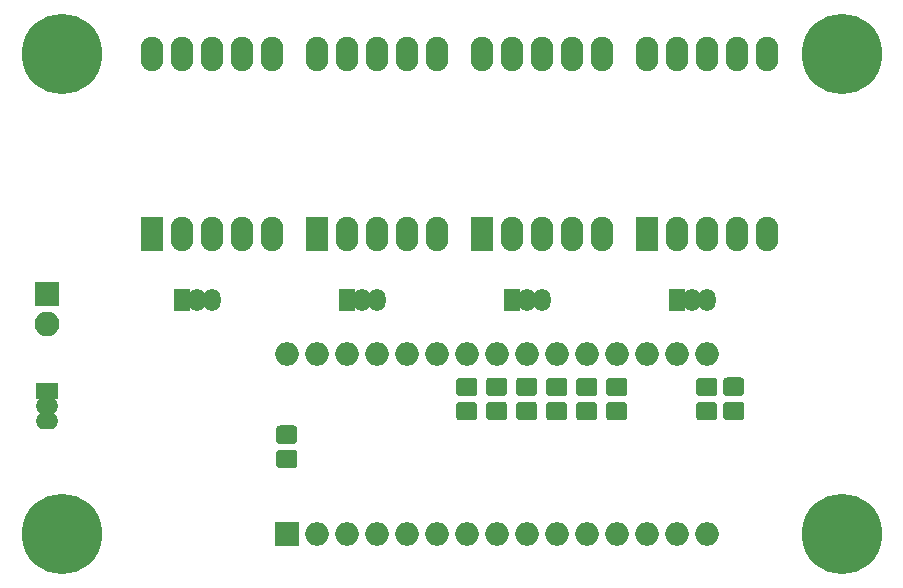
<source format=gbr>
G04 #@! TF.GenerationSoftware,KiCad,Pcbnew,(5.0.0)*
G04 #@! TF.CreationDate,2020-01-05T19:48:47-05:00*
G04 #@! TF.ProjectId,Lathe RPM Display,4C617468652052504D20446973706C61,A*
G04 #@! TF.SameCoordinates,Original*
G04 #@! TF.FileFunction,Soldermask,Bot*
G04 #@! TF.FilePolarity,Negative*
%FSLAX46Y46*%
G04 Gerber Fmt 4.6, Leading zero omitted, Abs format (unit mm)*
G04 Created by KiCad (PCBNEW (5.0.0)) date 01/05/20 19:48:47*
%MOMM*%
%LPD*%
G01*
G04 APERTURE LIST*
%ADD10R,1.924000X2.924000*%
%ADD11O,1.924000X2.924000*%
%ADD12C,6.800000*%
%ADD13R,1.450000X1.900000*%
%ADD14O,1.450000X1.900000*%
%ADD15R,2.000000X2.000000*%
%ADD16O,2.000000X2.000000*%
%ADD17O,1.900000X1.400000*%
%ADD18R,1.900000X1.400000*%
%ADD19C,0.100000*%
%ADD20C,1.550000*%
%ADD21R,2.100000X2.100000*%
%ADD22O,2.100000X2.100000*%
G04 APERTURE END LIST*
D10*
G04 #@! TO.C,U3*
X66040000Y-45720000D03*
D11*
X68580000Y-45720000D03*
X71120000Y-45720000D03*
X73660000Y-45720000D03*
X76200000Y-45720000D03*
X76200000Y-30480000D03*
X73660000Y-30480000D03*
X71120000Y-30480000D03*
X68580000Y-30480000D03*
X66040000Y-30480000D03*
G04 #@! TD*
G04 #@! TO.C,U2*
X52070000Y-30480000D03*
X54610000Y-30480000D03*
X57150000Y-30480000D03*
X59690000Y-30480000D03*
X62230000Y-30480000D03*
X62230000Y-45720000D03*
X59690000Y-45720000D03*
X57150000Y-45720000D03*
X54610000Y-45720000D03*
D10*
X52070000Y-45720000D03*
G04 #@! TD*
D12*
G04 #@! TO.C,REF\002A\002A*
X96520000Y-30480000D03*
G04 #@! TD*
G04 #@! TO.C,REF\002A\002A*
X96520000Y-71120000D03*
G04 #@! TD*
G04 #@! TO.C,REF\002A\002A*
X30480000Y-71120000D03*
G04 #@! TD*
G04 #@! TO.C,REF\002A\002A*
X30480000Y-30480000D03*
G04 #@! TD*
D13*
G04 #@! TO.C,Q2*
X40640000Y-51308000D03*
D14*
X43180000Y-51308000D03*
X41910000Y-51308000D03*
G04 #@! TD*
D15*
G04 #@! TO.C,A1*
X49530000Y-71120000D03*
D16*
X82550000Y-55880000D03*
X52070000Y-71120000D03*
X80010000Y-55880000D03*
X54610000Y-71120000D03*
X77470000Y-55880000D03*
X57150000Y-71120000D03*
X74930000Y-55880000D03*
X59690000Y-71120000D03*
X72390000Y-55880000D03*
X62230000Y-71120000D03*
X69850000Y-55880000D03*
X64770000Y-71120000D03*
X67310000Y-55880000D03*
X67310000Y-71120000D03*
X64770000Y-55880000D03*
X69850000Y-71120000D03*
X62230000Y-55880000D03*
X72390000Y-71120000D03*
X59690000Y-55880000D03*
X74930000Y-71120000D03*
X57150000Y-55880000D03*
X77470000Y-71120000D03*
X54610000Y-55880000D03*
X80010000Y-71120000D03*
X52070000Y-55880000D03*
X82550000Y-71120000D03*
X49530000Y-55880000D03*
X85090000Y-71120000D03*
X85090000Y-55880000D03*
G04 #@! TD*
D17*
G04 #@! TO.C,Q1*
X29210000Y-60325000D03*
X29210000Y-61595000D03*
D18*
X29210000Y-59055000D03*
G04 #@! TD*
D14*
G04 #@! TO.C,Q3*
X55880000Y-51308000D03*
X57150000Y-51308000D03*
D13*
X54610000Y-51308000D03*
G04 #@! TD*
G04 #@! TO.C,Q4*
X68580000Y-51308000D03*
D14*
X71120000Y-51308000D03*
X69850000Y-51308000D03*
G04 #@! TD*
G04 #@! TO.C,Q5*
X83820000Y-51308000D03*
X85090000Y-51308000D03*
D13*
X82550000Y-51308000D03*
G04 #@! TD*
D19*
G04 #@! TO.C,R1*
G36*
X78066071Y-59950623D02*
X78098781Y-59955475D01*
X78130857Y-59963509D01*
X78161991Y-59974649D01*
X78191884Y-59988787D01*
X78220247Y-60005787D01*
X78246807Y-60025485D01*
X78271308Y-60047692D01*
X78293515Y-60072193D01*
X78313213Y-60098753D01*
X78330213Y-60127116D01*
X78344351Y-60157009D01*
X78355491Y-60188143D01*
X78363525Y-60220219D01*
X78368377Y-60252929D01*
X78370000Y-60285956D01*
X78370000Y-61162044D01*
X78368377Y-61195071D01*
X78363525Y-61227781D01*
X78355491Y-61259857D01*
X78344351Y-61290991D01*
X78330213Y-61320884D01*
X78313213Y-61349247D01*
X78293515Y-61375807D01*
X78271308Y-61400308D01*
X78246807Y-61422515D01*
X78220247Y-61442213D01*
X78191884Y-61459213D01*
X78161991Y-61473351D01*
X78130857Y-61484491D01*
X78098781Y-61492525D01*
X78066071Y-61497377D01*
X78033044Y-61499000D01*
X76906956Y-61499000D01*
X76873929Y-61497377D01*
X76841219Y-61492525D01*
X76809143Y-61484491D01*
X76778009Y-61473351D01*
X76748116Y-61459213D01*
X76719753Y-61442213D01*
X76693193Y-61422515D01*
X76668692Y-61400308D01*
X76646485Y-61375807D01*
X76626787Y-61349247D01*
X76609787Y-61320884D01*
X76595649Y-61290991D01*
X76584509Y-61259857D01*
X76576475Y-61227781D01*
X76571623Y-61195071D01*
X76570000Y-61162044D01*
X76570000Y-60285956D01*
X76571623Y-60252929D01*
X76576475Y-60220219D01*
X76584509Y-60188143D01*
X76595649Y-60157009D01*
X76609787Y-60127116D01*
X76626787Y-60098753D01*
X76646485Y-60072193D01*
X76668692Y-60047692D01*
X76693193Y-60025485D01*
X76719753Y-60005787D01*
X76748116Y-59988787D01*
X76778009Y-59974649D01*
X76809143Y-59963509D01*
X76841219Y-59955475D01*
X76873929Y-59950623D01*
X76906956Y-59949000D01*
X78033044Y-59949000D01*
X78066071Y-59950623D01*
X78066071Y-59950623D01*
G37*
D20*
X77470000Y-60724000D03*
D19*
G36*
X78066071Y-57900623D02*
X78098781Y-57905475D01*
X78130857Y-57913509D01*
X78161991Y-57924649D01*
X78191884Y-57938787D01*
X78220247Y-57955787D01*
X78246807Y-57975485D01*
X78271308Y-57997692D01*
X78293515Y-58022193D01*
X78313213Y-58048753D01*
X78330213Y-58077116D01*
X78344351Y-58107009D01*
X78355491Y-58138143D01*
X78363525Y-58170219D01*
X78368377Y-58202929D01*
X78370000Y-58235956D01*
X78370000Y-59112044D01*
X78368377Y-59145071D01*
X78363525Y-59177781D01*
X78355491Y-59209857D01*
X78344351Y-59240991D01*
X78330213Y-59270884D01*
X78313213Y-59299247D01*
X78293515Y-59325807D01*
X78271308Y-59350308D01*
X78246807Y-59372515D01*
X78220247Y-59392213D01*
X78191884Y-59409213D01*
X78161991Y-59423351D01*
X78130857Y-59434491D01*
X78098781Y-59442525D01*
X78066071Y-59447377D01*
X78033044Y-59449000D01*
X76906956Y-59449000D01*
X76873929Y-59447377D01*
X76841219Y-59442525D01*
X76809143Y-59434491D01*
X76778009Y-59423351D01*
X76748116Y-59409213D01*
X76719753Y-59392213D01*
X76693193Y-59372515D01*
X76668692Y-59350308D01*
X76646485Y-59325807D01*
X76626787Y-59299247D01*
X76609787Y-59270884D01*
X76595649Y-59240991D01*
X76584509Y-59209857D01*
X76576475Y-59177781D01*
X76571623Y-59145071D01*
X76570000Y-59112044D01*
X76570000Y-58235956D01*
X76571623Y-58202929D01*
X76576475Y-58170219D01*
X76584509Y-58138143D01*
X76595649Y-58107009D01*
X76609787Y-58077116D01*
X76626787Y-58048753D01*
X76646485Y-58022193D01*
X76668692Y-57997692D01*
X76693193Y-57975485D01*
X76719753Y-57955787D01*
X76748116Y-57938787D01*
X76778009Y-57924649D01*
X76809143Y-57913509D01*
X76841219Y-57905475D01*
X76873929Y-57900623D01*
X76906956Y-57899000D01*
X78033044Y-57899000D01*
X78066071Y-57900623D01*
X78066071Y-57900623D01*
G37*
D20*
X77470000Y-58674000D03*
G04 #@! TD*
D19*
G04 #@! TO.C,R2*
G36*
X75526071Y-57900623D02*
X75558781Y-57905475D01*
X75590857Y-57913509D01*
X75621991Y-57924649D01*
X75651884Y-57938787D01*
X75680247Y-57955787D01*
X75706807Y-57975485D01*
X75731308Y-57997692D01*
X75753515Y-58022193D01*
X75773213Y-58048753D01*
X75790213Y-58077116D01*
X75804351Y-58107009D01*
X75815491Y-58138143D01*
X75823525Y-58170219D01*
X75828377Y-58202929D01*
X75830000Y-58235956D01*
X75830000Y-59112044D01*
X75828377Y-59145071D01*
X75823525Y-59177781D01*
X75815491Y-59209857D01*
X75804351Y-59240991D01*
X75790213Y-59270884D01*
X75773213Y-59299247D01*
X75753515Y-59325807D01*
X75731308Y-59350308D01*
X75706807Y-59372515D01*
X75680247Y-59392213D01*
X75651884Y-59409213D01*
X75621991Y-59423351D01*
X75590857Y-59434491D01*
X75558781Y-59442525D01*
X75526071Y-59447377D01*
X75493044Y-59449000D01*
X74366956Y-59449000D01*
X74333929Y-59447377D01*
X74301219Y-59442525D01*
X74269143Y-59434491D01*
X74238009Y-59423351D01*
X74208116Y-59409213D01*
X74179753Y-59392213D01*
X74153193Y-59372515D01*
X74128692Y-59350308D01*
X74106485Y-59325807D01*
X74086787Y-59299247D01*
X74069787Y-59270884D01*
X74055649Y-59240991D01*
X74044509Y-59209857D01*
X74036475Y-59177781D01*
X74031623Y-59145071D01*
X74030000Y-59112044D01*
X74030000Y-58235956D01*
X74031623Y-58202929D01*
X74036475Y-58170219D01*
X74044509Y-58138143D01*
X74055649Y-58107009D01*
X74069787Y-58077116D01*
X74086787Y-58048753D01*
X74106485Y-58022193D01*
X74128692Y-57997692D01*
X74153193Y-57975485D01*
X74179753Y-57955787D01*
X74208116Y-57938787D01*
X74238009Y-57924649D01*
X74269143Y-57913509D01*
X74301219Y-57905475D01*
X74333929Y-57900623D01*
X74366956Y-57899000D01*
X75493044Y-57899000D01*
X75526071Y-57900623D01*
X75526071Y-57900623D01*
G37*
D20*
X74930000Y-58674000D03*
D19*
G36*
X75526071Y-59950623D02*
X75558781Y-59955475D01*
X75590857Y-59963509D01*
X75621991Y-59974649D01*
X75651884Y-59988787D01*
X75680247Y-60005787D01*
X75706807Y-60025485D01*
X75731308Y-60047692D01*
X75753515Y-60072193D01*
X75773213Y-60098753D01*
X75790213Y-60127116D01*
X75804351Y-60157009D01*
X75815491Y-60188143D01*
X75823525Y-60220219D01*
X75828377Y-60252929D01*
X75830000Y-60285956D01*
X75830000Y-61162044D01*
X75828377Y-61195071D01*
X75823525Y-61227781D01*
X75815491Y-61259857D01*
X75804351Y-61290991D01*
X75790213Y-61320884D01*
X75773213Y-61349247D01*
X75753515Y-61375807D01*
X75731308Y-61400308D01*
X75706807Y-61422515D01*
X75680247Y-61442213D01*
X75651884Y-61459213D01*
X75621991Y-61473351D01*
X75590857Y-61484491D01*
X75558781Y-61492525D01*
X75526071Y-61497377D01*
X75493044Y-61499000D01*
X74366956Y-61499000D01*
X74333929Y-61497377D01*
X74301219Y-61492525D01*
X74269143Y-61484491D01*
X74238009Y-61473351D01*
X74208116Y-61459213D01*
X74179753Y-61442213D01*
X74153193Y-61422515D01*
X74128692Y-61400308D01*
X74106485Y-61375807D01*
X74086787Y-61349247D01*
X74069787Y-61320884D01*
X74055649Y-61290991D01*
X74044509Y-61259857D01*
X74036475Y-61227781D01*
X74031623Y-61195071D01*
X74030000Y-61162044D01*
X74030000Y-60285956D01*
X74031623Y-60252929D01*
X74036475Y-60220219D01*
X74044509Y-60188143D01*
X74055649Y-60157009D01*
X74069787Y-60127116D01*
X74086787Y-60098753D01*
X74106485Y-60072193D01*
X74128692Y-60047692D01*
X74153193Y-60025485D01*
X74179753Y-60005787D01*
X74208116Y-59988787D01*
X74238009Y-59974649D01*
X74269143Y-59963509D01*
X74301219Y-59955475D01*
X74333929Y-59950623D01*
X74366956Y-59949000D01*
X75493044Y-59949000D01*
X75526071Y-59950623D01*
X75526071Y-59950623D01*
G37*
D20*
X74930000Y-60724000D03*
G04 #@! TD*
D19*
G04 #@! TO.C,R3*
G36*
X72986071Y-59950623D02*
X73018781Y-59955475D01*
X73050857Y-59963509D01*
X73081991Y-59974649D01*
X73111884Y-59988787D01*
X73140247Y-60005787D01*
X73166807Y-60025485D01*
X73191308Y-60047692D01*
X73213515Y-60072193D01*
X73233213Y-60098753D01*
X73250213Y-60127116D01*
X73264351Y-60157009D01*
X73275491Y-60188143D01*
X73283525Y-60220219D01*
X73288377Y-60252929D01*
X73290000Y-60285956D01*
X73290000Y-61162044D01*
X73288377Y-61195071D01*
X73283525Y-61227781D01*
X73275491Y-61259857D01*
X73264351Y-61290991D01*
X73250213Y-61320884D01*
X73233213Y-61349247D01*
X73213515Y-61375807D01*
X73191308Y-61400308D01*
X73166807Y-61422515D01*
X73140247Y-61442213D01*
X73111884Y-61459213D01*
X73081991Y-61473351D01*
X73050857Y-61484491D01*
X73018781Y-61492525D01*
X72986071Y-61497377D01*
X72953044Y-61499000D01*
X71826956Y-61499000D01*
X71793929Y-61497377D01*
X71761219Y-61492525D01*
X71729143Y-61484491D01*
X71698009Y-61473351D01*
X71668116Y-61459213D01*
X71639753Y-61442213D01*
X71613193Y-61422515D01*
X71588692Y-61400308D01*
X71566485Y-61375807D01*
X71546787Y-61349247D01*
X71529787Y-61320884D01*
X71515649Y-61290991D01*
X71504509Y-61259857D01*
X71496475Y-61227781D01*
X71491623Y-61195071D01*
X71490000Y-61162044D01*
X71490000Y-60285956D01*
X71491623Y-60252929D01*
X71496475Y-60220219D01*
X71504509Y-60188143D01*
X71515649Y-60157009D01*
X71529787Y-60127116D01*
X71546787Y-60098753D01*
X71566485Y-60072193D01*
X71588692Y-60047692D01*
X71613193Y-60025485D01*
X71639753Y-60005787D01*
X71668116Y-59988787D01*
X71698009Y-59974649D01*
X71729143Y-59963509D01*
X71761219Y-59955475D01*
X71793929Y-59950623D01*
X71826956Y-59949000D01*
X72953044Y-59949000D01*
X72986071Y-59950623D01*
X72986071Y-59950623D01*
G37*
D20*
X72390000Y-60724000D03*
D19*
G36*
X72986071Y-57900623D02*
X73018781Y-57905475D01*
X73050857Y-57913509D01*
X73081991Y-57924649D01*
X73111884Y-57938787D01*
X73140247Y-57955787D01*
X73166807Y-57975485D01*
X73191308Y-57997692D01*
X73213515Y-58022193D01*
X73233213Y-58048753D01*
X73250213Y-58077116D01*
X73264351Y-58107009D01*
X73275491Y-58138143D01*
X73283525Y-58170219D01*
X73288377Y-58202929D01*
X73290000Y-58235956D01*
X73290000Y-59112044D01*
X73288377Y-59145071D01*
X73283525Y-59177781D01*
X73275491Y-59209857D01*
X73264351Y-59240991D01*
X73250213Y-59270884D01*
X73233213Y-59299247D01*
X73213515Y-59325807D01*
X73191308Y-59350308D01*
X73166807Y-59372515D01*
X73140247Y-59392213D01*
X73111884Y-59409213D01*
X73081991Y-59423351D01*
X73050857Y-59434491D01*
X73018781Y-59442525D01*
X72986071Y-59447377D01*
X72953044Y-59449000D01*
X71826956Y-59449000D01*
X71793929Y-59447377D01*
X71761219Y-59442525D01*
X71729143Y-59434491D01*
X71698009Y-59423351D01*
X71668116Y-59409213D01*
X71639753Y-59392213D01*
X71613193Y-59372515D01*
X71588692Y-59350308D01*
X71566485Y-59325807D01*
X71546787Y-59299247D01*
X71529787Y-59270884D01*
X71515649Y-59240991D01*
X71504509Y-59209857D01*
X71496475Y-59177781D01*
X71491623Y-59145071D01*
X71490000Y-59112044D01*
X71490000Y-58235956D01*
X71491623Y-58202929D01*
X71496475Y-58170219D01*
X71504509Y-58138143D01*
X71515649Y-58107009D01*
X71529787Y-58077116D01*
X71546787Y-58048753D01*
X71566485Y-58022193D01*
X71588692Y-57997692D01*
X71613193Y-57975485D01*
X71639753Y-57955787D01*
X71668116Y-57938787D01*
X71698009Y-57924649D01*
X71729143Y-57913509D01*
X71761219Y-57905475D01*
X71793929Y-57900623D01*
X71826956Y-57899000D01*
X72953044Y-57899000D01*
X72986071Y-57900623D01*
X72986071Y-57900623D01*
G37*
D20*
X72390000Y-58674000D03*
G04 #@! TD*
D19*
G04 #@! TO.C,R4*
G36*
X70446071Y-57891623D02*
X70478781Y-57896475D01*
X70510857Y-57904509D01*
X70541991Y-57915649D01*
X70571884Y-57929787D01*
X70600247Y-57946787D01*
X70626807Y-57966485D01*
X70651308Y-57988692D01*
X70673515Y-58013193D01*
X70693213Y-58039753D01*
X70710213Y-58068116D01*
X70724351Y-58098009D01*
X70735491Y-58129143D01*
X70743525Y-58161219D01*
X70748377Y-58193929D01*
X70750000Y-58226956D01*
X70750000Y-59103044D01*
X70748377Y-59136071D01*
X70743525Y-59168781D01*
X70735491Y-59200857D01*
X70724351Y-59231991D01*
X70710213Y-59261884D01*
X70693213Y-59290247D01*
X70673515Y-59316807D01*
X70651308Y-59341308D01*
X70626807Y-59363515D01*
X70600247Y-59383213D01*
X70571884Y-59400213D01*
X70541991Y-59414351D01*
X70510857Y-59425491D01*
X70478781Y-59433525D01*
X70446071Y-59438377D01*
X70413044Y-59440000D01*
X69286956Y-59440000D01*
X69253929Y-59438377D01*
X69221219Y-59433525D01*
X69189143Y-59425491D01*
X69158009Y-59414351D01*
X69128116Y-59400213D01*
X69099753Y-59383213D01*
X69073193Y-59363515D01*
X69048692Y-59341308D01*
X69026485Y-59316807D01*
X69006787Y-59290247D01*
X68989787Y-59261884D01*
X68975649Y-59231991D01*
X68964509Y-59200857D01*
X68956475Y-59168781D01*
X68951623Y-59136071D01*
X68950000Y-59103044D01*
X68950000Y-58226956D01*
X68951623Y-58193929D01*
X68956475Y-58161219D01*
X68964509Y-58129143D01*
X68975649Y-58098009D01*
X68989787Y-58068116D01*
X69006787Y-58039753D01*
X69026485Y-58013193D01*
X69048692Y-57988692D01*
X69073193Y-57966485D01*
X69099753Y-57946787D01*
X69128116Y-57929787D01*
X69158009Y-57915649D01*
X69189143Y-57904509D01*
X69221219Y-57896475D01*
X69253929Y-57891623D01*
X69286956Y-57890000D01*
X70413044Y-57890000D01*
X70446071Y-57891623D01*
X70446071Y-57891623D01*
G37*
D20*
X69850000Y-58665000D03*
D19*
G36*
X70446071Y-59941623D02*
X70478781Y-59946475D01*
X70510857Y-59954509D01*
X70541991Y-59965649D01*
X70571884Y-59979787D01*
X70600247Y-59996787D01*
X70626807Y-60016485D01*
X70651308Y-60038692D01*
X70673515Y-60063193D01*
X70693213Y-60089753D01*
X70710213Y-60118116D01*
X70724351Y-60148009D01*
X70735491Y-60179143D01*
X70743525Y-60211219D01*
X70748377Y-60243929D01*
X70750000Y-60276956D01*
X70750000Y-61153044D01*
X70748377Y-61186071D01*
X70743525Y-61218781D01*
X70735491Y-61250857D01*
X70724351Y-61281991D01*
X70710213Y-61311884D01*
X70693213Y-61340247D01*
X70673515Y-61366807D01*
X70651308Y-61391308D01*
X70626807Y-61413515D01*
X70600247Y-61433213D01*
X70571884Y-61450213D01*
X70541991Y-61464351D01*
X70510857Y-61475491D01*
X70478781Y-61483525D01*
X70446071Y-61488377D01*
X70413044Y-61490000D01*
X69286956Y-61490000D01*
X69253929Y-61488377D01*
X69221219Y-61483525D01*
X69189143Y-61475491D01*
X69158009Y-61464351D01*
X69128116Y-61450213D01*
X69099753Y-61433213D01*
X69073193Y-61413515D01*
X69048692Y-61391308D01*
X69026485Y-61366807D01*
X69006787Y-61340247D01*
X68989787Y-61311884D01*
X68975649Y-61281991D01*
X68964509Y-61250857D01*
X68956475Y-61218781D01*
X68951623Y-61186071D01*
X68950000Y-61153044D01*
X68950000Y-60276956D01*
X68951623Y-60243929D01*
X68956475Y-60211219D01*
X68964509Y-60179143D01*
X68975649Y-60148009D01*
X68989787Y-60118116D01*
X69006787Y-60089753D01*
X69026485Y-60063193D01*
X69048692Y-60038692D01*
X69073193Y-60016485D01*
X69099753Y-59996787D01*
X69128116Y-59979787D01*
X69158009Y-59965649D01*
X69189143Y-59954509D01*
X69221219Y-59946475D01*
X69253929Y-59941623D01*
X69286956Y-59940000D01*
X70413044Y-59940000D01*
X70446071Y-59941623D01*
X70446071Y-59941623D01*
G37*
D20*
X69850000Y-60715000D03*
G04 #@! TD*
D19*
G04 #@! TO.C,R5*
G36*
X67906071Y-59941623D02*
X67938781Y-59946475D01*
X67970857Y-59954509D01*
X68001991Y-59965649D01*
X68031884Y-59979787D01*
X68060247Y-59996787D01*
X68086807Y-60016485D01*
X68111308Y-60038692D01*
X68133515Y-60063193D01*
X68153213Y-60089753D01*
X68170213Y-60118116D01*
X68184351Y-60148009D01*
X68195491Y-60179143D01*
X68203525Y-60211219D01*
X68208377Y-60243929D01*
X68210000Y-60276956D01*
X68210000Y-61153044D01*
X68208377Y-61186071D01*
X68203525Y-61218781D01*
X68195491Y-61250857D01*
X68184351Y-61281991D01*
X68170213Y-61311884D01*
X68153213Y-61340247D01*
X68133515Y-61366807D01*
X68111308Y-61391308D01*
X68086807Y-61413515D01*
X68060247Y-61433213D01*
X68031884Y-61450213D01*
X68001991Y-61464351D01*
X67970857Y-61475491D01*
X67938781Y-61483525D01*
X67906071Y-61488377D01*
X67873044Y-61490000D01*
X66746956Y-61490000D01*
X66713929Y-61488377D01*
X66681219Y-61483525D01*
X66649143Y-61475491D01*
X66618009Y-61464351D01*
X66588116Y-61450213D01*
X66559753Y-61433213D01*
X66533193Y-61413515D01*
X66508692Y-61391308D01*
X66486485Y-61366807D01*
X66466787Y-61340247D01*
X66449787Y-61311884D01*
X66435649Y-61281991D01*
X66424509Y-61250857D01*
X66416475Y-61218781D01*
X66411623Y-61186071D01*
X66410000Y-61153044D01*
X66410000Y-60276956D01*
X66411623Y-60243929D01*
X66416475Y-60211219D01*
X66424509Y-60179143D01*
X66435649Y-60148009D01*
X66449787Y-60118116D01*
X66466787Y-60089753D01*
X66486485Y-60063193D01*
X66508692Y-60038692D01*
X66533193Y-60016485D01*
X66559753Y-59996787D01*
X66588116Y-59979787D01*
X66618009Y-59965649D01*
X66649143Y-59954509D01*
X66681219Y-59946475D01*
X66713929Y-59941623D01*
X66746956Y-59940000D01*
X67873044Y-59940000D01*
X67906071Y-59941623D01*
X67906071Y-59941623D01*
G37*
D20*
X67310000Y-60715000D03*
D19*
G36*
X67906071Y-57891623D02*
X67938781Y-57896475D01*
X67970857Y-57904509D01*
X68001991Y-57915649D01*
X68031884Y-57929787D01*
X68060247Y-57946787D01*
X68086807Y-57966485D01*
X68111308Y-57988692D01*
X68133515Y-58013193D01*
X68153213Y-58039753D01*
X68170213Y-58068116D01*
X68184351Y-58098009D01*
X68195491Y-58129143D01*
X68203525Y-58161219D01*
X68208377Y-58193929D01*
X68210000Y-58226956D01*
X68210000Y-59103044D01*
X68208377Y-59136071D01*
X68203525Y-59168781D01*
X68195491Y-59200857D01*
X68184351Y-59231991D01*
X68170213Y-59261884D01*
X68153213Y-59290247D01*
X68133515Y-59316807D01*
X68111308Y-59341308D01*
X68086807Y-59363515D01*
X68060247Y-59383213D01*
X68031884Y-59400213D01*
X68001991Y-59414351D01*
X67970857Y-59425491D01*
X67938781Y-59433525D01*
X67906071Y-59438377D01*
X67873044Y-59440000D01*
X66746956Y-59440000D01*
X66713929Y-59438377D01*
X66681219Y-59433525D01*
X66649143Y-59425491D01*
X66618009Y-59414351D01*
X66588116Y-59400213D01*
X66559753Y-59383213D01*
X66533193Y-59363515D01*
X66508692Y-59341308D01*
X66486485Y-59316807D01*
X66466787Y-59290247D01*
X66449787Y-59261884D01*
X66435649Y-59231991D01*
X66424509Y-59200857D01*
X66416475Y-59168781D01*
X66411623Y-59136071D01*
X66410000Y-59103044D01*
X66410000Y-58226956D01*
X66411623Y-58193929D01*
X66416475Y-58161219D01*
X66424509Y-58129143D01*
X66435649Y-58098009D01*
X66449787Y-58068116D01*
X66466787Y-58039753D01*
X66486485Y-58013193D01*
X66508692Y-57988692D01*
X66533193Y-57966485D01*
X66559753Y-57946787D01*
X66588116Y-57929787D01*
X66618009Y-57915649D01*
X66649143Y-57904509D01*
X66681219Y-57896475D01*
X66713929Y-57891623D01*
X66746956Y-57890000D01*
X67873044Y-57890000D01*
X67906071Y-57891623D01*
X67906071Y-57891623D01*
G37*
D20*
X67310000Y-58665000D03*
G04 #@! TD*
D19*
G04 #@! TO.C,R6*
G36*
X65366071Y-57900623D02*
X65398781Y-57905475D01*
X65430857Y-57913509D01*
X65461991Y-57924649D01*
X65491884Y-57938787D01*
X65520247Y-57955787D01*
X65546807Y-57975485D01*
X65571308Y-57997692D01*
X65593515Y-58022193D01*
X65613213Y-58048753D01*
X65630213Y-58077116D01*
X65644351Y-58107009D01*
X65655491Y-58138143D01*
X65663525Y-58170219D01*
X65668377Y-58202929D01*
X65670000Y-58235956D01*
X65670000Y-59112044D01*
X65668377Y-59145071D01*
X65663525Y-59177781D01*
X65655491Y-59209857D01*
X65644351Y-59240991D01*
X65630213Y-59270884D01*
X65613213Y-59299247D01*
X65593515Y-59325807D01*
X65571308Y-59350308D01*
X65546807Y-59372515D01*
X65520247Y-59392213D01*
X65491884Y-59409213D01*
X65461991Y-59423351D01*
X65430857Y-59434491D01*
X65398781Y-59442525D01*
X65366071Y-59447377D01*
X65333044Y-59449000D01*
X64206956Y-59449000D01*
X64173929Y-59447377D01*
X64141219Y-59442525D01*
X64109143Y-59434491D01*
X64078009Y-59423351D01*
X64048116Y-59409213D01*
X64019753Y-59392213D01*
X63993193Y-59372515D01*
X63968692Y-59350308D01*
X63946485Y-59325807D01*
X63926787Y-59299247D01*
X63909787Y-59270884D01*
X63895649Y-59240991D01*
X63884509Y-59209857D01*
X63876475Y-59177781D01*
X63871623Y-59145071D01*
X63870000Y-59112044D01*
X63870000Y-58235956D01*
X63871623Y-58202929D01*
X63876475Y-58170219D01*
X63884509Y-58138143D01*
X63895649Y-58107009D01*
X63909787Y-58077116D01*
X63926787Y-58048753D01*
X63946485Y-58022193D01*
X63968692Y-57997692D01*
X63993193Y-57975485D01*
X64019753Y-57955787D01*
X64048116Y-57938787D01*
X64078009Y-57924649D01*
X64109143Y-57913509D01*
X64141219Y-57905475D01*
X64173929Y-57900623D01*
X64206956Y-57899000D01*
X65333044Y-57899000D01*
X65366071Y-57900623D01*
X65366071Y-57900623D01*
G37*
D20*
X64770000Y-58674000D03*
D19*
G36*
X65366071Y-59950623D02*
X65398781Y-59955475D01*
X65430857Y-59963509D01*
X65461991Y-59974649D01*
X65491884Y-59988787D01*
X65520247Y-60005787D01*
X65546807Y-60025485D01*
X65571308Y-60047692D01*
X65593515Y-60072193D01*
X65613213Y-60098753D01*
X65630213Y-60127116D01*
X65644351Y-60157009D01*
X65655491Y-60188143D01*
X65663525Y-60220219D01*
X65668377Y-60252929D01*
X65670000Y-60285956D01*
X65670000Y-61162044D01*
X65668377Y-61195071D01*
X65663525Y-61227781D01*
X65655491Y-61259857D01*
X65644351Y-61290991D01*
X65630213Y-61320884D01*
X65613213Y-61349247D01*
X65593515Y-61375807D01*
X65571308Y-61400308D01*
X65546807Y-61422515D01*
X65520247Y-61442213D01*
X65491884Y-61459213D01*
X65461991Y-61473351D01*
X65430857Y-61484491D01*
X65398781Y-61492525D01*
X65366071Y-61497377D01*
X65333044Y-61499000D01*
X64206956Y-61499000D01*
X64173929Y-61497377D01*
X64141219Y-61492525D01*
X64109143Y-61484491D01*
X64078009Y-61473351D01*
X64048116Y-61459213D01*
X64019753Y-61442213D01*
X63993193Y-61422515D01*
X63968692Y-61400308D01*
X63946485Y-61375807D01*
X63926787Y-61349247D01*
X63909787Y-61320884D01*
X63895649Y-61290991D01*
X63884509Y-61259857D01*
X63876475Y-61227781D01*
X63871623Y-61195071D01*
X63870000Y-61162044D01*
X63870000Y-60285956D01*
X63871623Y-60252929D01*
X63876475Y-60220219D01*
X63884509Y-60188143D01*
X63895649Y-60157009D01*
X63909787Y-60127116D01*
X63926787Y-60098753D01*
X63946485Y-60072193D01*
X63968692Y-60047692D01*
X63993193Y-60025485D01*
X64019753Y-60005787D01*
X64048116Y-59988787D01*
X64078009Y-59974649D01*
X64109143Y-59963509D01*
X64141219Y-59955475D01*
X64173929Y-59950623D01*
X64206956Y-59949000D01*
X65333044Y-59949000D01*
X65366071Y-59950623D01*
X65366071Y-59950623D01*
G37*
D20*
X64770000Y-60724000D03*
G04 #@! TD*
D19*
G04 #@! TO.C,R7*
G36*
X85686071Y-59950623D02*
X85718781Y-59955475D01*
X85750857Y-59963509D01*
X85781991Y-59974649D01*
X85811884Y-59988787D01*
X85840247Y-60005787D01*
X85866807Y-60025485D01*
X85891308Y-60047692D01*
X85913515Y-60072193D01*
X85933213Y-60098753D01*
X85950213Y-60127116D01*
X85964351Y-60157009D01*
X85975491Y-60188143D01*
X85983525Y-60220219D01*
X85988377Y-60252929D01*
X85990000Y-60285956D01*
X85990000Y-61162044D01*
X85988377Y-61195071D01*
X85983525Y-61227781D01*
X85975491Y-61259857D01*
X85964351Y-61290991D01*
X85950213Y-61320884D01*
X85933213Y-61349247D01*
X85913515Y-61375807D01*
X85891308Y-61400308D01*
X85866807Y-61422515D01*
X85840247Y-61442213D01*
X85811884Y-61459213D01*
X85781991Y-61473351D01*
X85750857Y-61484491D01*
X85718781Y-61492525D01*
X85686071Y-61497377D01*
X85653044Y-61499000D01*
X84526956Y-61499000D01*
X84493929Y-61497377D01*
X84461219Y-61492525D01*
X84429143Y-61484491D01*
X84398009Y-61473351D01*
X84368116Y-61459213D01*
X84339753Y-61442213D01*
X84313193Y-61422515D01*
X84288692Y-61400308D01*
X84266485Y-61375807D01*
X84246787Y-61349247D01*
X84229787Y-61320884D01*
X84215649Y-61290991D01*
X84204509Y-61259857D01*
X84196475Y-61227781D01*
X84191623Y-61195071D01*
X84190000Y-61162044D01*
X84190000Y-60285956D01*
X84191623Y-60252929D01*
X84196475Y-60220219D01*
X84204509Y-60188143D01*
X84215649Y-60157009D01*
X84229787Y-60127116D01*
X84246787Y-60098753D01*
X84266485Y-60072193D01*
X84288692Y-60047692D01*
X84313193Y-60025485D01*
X84339753Y-60005787D01*
X84368116Y-59988787D01*
X84398009Y-59974649D01*
X84429143Y-59963509D01*
X84461219Y-59955475D01*
X84493929Y-59950623D01*
X84526956Y-59949000D01*
X85653044Y-59949000D01*
X85686071Y-59950623D01*
X85686071Y-59950623D01*
G37*
D20*
X85090000Y-60724000D03*
D19*
G36*
X85686071Y-57900623D02*
X85718781Y-57905475D01*
X85750857Y-57913509D01*
X85781991Y-57924649D01*
X85811884Y-57938787D01*
X85840247Y-57955787D01*
X85866807Y-57975485D01*
X85891308Y-57997692D01*
X85913515Y-58022193D01*
X85933213Y-58048753D01*
X85950213Y-58077116D01*
X85964351Y-58107009D01*
X85975491Y-58138143D01*
X85983525Y-58170219D01*
X85988377Y-58202929D01*
X85990000Y-58235956D01*
X85990000Y-59112044D01*
X85988377Y-59145071D01*
X85983525Y-59177781D01*
X85975491Y-59209857D01*
X85964351Y-59240991D01*
X85950213Y-59270884D01*
X85933213Y-59299247D01*
X85913515Y-59325807D01*
X85891308Y-59350308D01*
X85866807Y-59372515D01*
X85840247Y-59392213D01*
X85811884Y-59409213D01*
X85781991Y-59423351D01*
X85750857Y-59434491D01*
X85718781Y-59442525D01*
X85686071Y-59447377D01*
X85653044Y-59449000D01*
X84526956Y-59449000D01*
X84493929Y-59447377D01*
X84461219Y-59442525D01*
X84429143Y-59434491D01*
X84398009Y-59423351D01*
X84368116Y-59409213D01*
X84339753Y-59392213D01*
X84313193Y-59372515D01*
X84288692Y-59350308D01*
X84266485Y-59325807D01*
X84246787Y-59299247D01*
X84229787Y-59270884D01*
X84215649Y-59240991D01*
X84204509Y-59209857D01*
X84196475Y-59177781D01*
X84191623Y-59145071D01*
X84190000Y-59112044D01*
X84190000Y-58235956D01*
X84191623Y-58202929D01*
X84196475Y-58170219D01*
X84204509Y-58138143D01*
X84215649Y-58107009D01*
X84229787Y-58077116D01*
X84246787Y-58048753D01*
X84266485Y-58022193D01*
X84288692Y-57997692D01*
X84313193Y-57975485D01*
X84339753Y-57955787D01*
X84368116Y-57938787D01*
X84398009Y-57924649D01*
X84429143Y-57913509D01*
X84461219Y-57905475D01*
X84493929Y-57900623D01*
X84526956Y-57899000D01*
X85653044Y-57899000D01*
X85686071Y-57900623D01*
X85686071Y-57900623D01*
G37*
D20*
X85090000Y-58674000D03*
G04 #@! TD*
D19*
G04 #@! TO.C,R8*
G36*
X87972071Y-59932623D02*
X88004781Y-59937475D01*
X88036857Y-59945509D01*
X88067991Y-59956649D01*
X88097884Y-59970787D01*
X88126247Y-59987787D01*
X88152807Y-60007485D01*
X88177308Y-60029692D01*
X88199515Y-60054193D01*
X88219213Y-60080753D01*
X88236213Y-60109116D01*
X88250351Y-60139009D01*
X88261491Y-60170143D01*
X88269525Y-60202219D01*
X88274377Y-60234929D01*
X88276000Y-60267956D01*
X88276000Y-61144044D01*
X88274377Y-61177071D01*
X88269525Y-61209781D01*
X88261491Y-61241857D01*
X88250351Y-61272991D01*
X88236213Y-61302884D01*
X88219213Y-61331247D01*
X88199515Y-61357807D01*
X88177308Y-61382308D01*
X88152807Y-61404515D01*
X88126247Y-61424213D01*
X88097884Y-61441213D01*
X88067991Y-61455351D01*
X88036857Y-61466491D01*
X88004781Y-61474525D01*
X87972071Y-61479377D01*
X87939044Y-61481000D01*
X86812956Y-61481000D01*
X86779929Y-61479377D01*
X86747219Y-61474525D01*
X86715143Y-61466491D01*
X86684009Y-61455351D01*
X86654116Y-61441213D01*
X86625753Y-61424213D01*
X86599193Y-61404515D01*
X86574692Y-61382308D01*
X86552485Y-61357807D01*
X86532787Y-61331247D01*
X86515787Y-61302884D01*
X86501649Y-61272991D01*
X86490509Y-61241857D01*
X86482475Y-61209781D01*
X86477623Y-61177071D01*
X86476000Y-61144044D01*
X86476000Y-60267956D01*
X86477623Y-60234929D01*
X86482475Y-60202219D01*
X86490509Y-60170143D01*
X86501649Y-60139009D01*
X86515787Y-60109116D01*
X86532787Y-60080753D01*
X86552485Y-60054193D01*
X86574692Y-60029692D01*
X86599193Y-60007485D01*
X86625753Y-59987787D01*
X86654116Y-59970787D01*
X86684009Y-59956649D01*
X86715143Y-59945509D01*
X86747219Y-59937475D01*
X86779929Y-59932623D01*
X86812956Y-59931000D01*
X87939044Y-59931000D01*
X87972071Y-59932623D01*
X87972071Y-59932623D01*
G37*
D20*
X87376000Y-60706000D03*
D19*
G36*
X87972071Y-57882623D02*
X88004781Y-57887475D01*
X88036857Y-57895509D01*
X88067991Y-57906649D01*
X88097884Y-57920787D01*
X88126247Y-57937787D01*
X88152807Y-57957485D01*
X88177308Y-57979692D01*
X88199515Y-58004193D01*
X88219213Y-58030753D01*
X88236213Y-58059116D01*
X88250351Y-58089009D01*
X88261491Y-58120143D01*
X88269525Y-58152219D01*
X88274377Y-58184929D01*
X88276000Y-58217956D01*
X88276000Y-59094044D01*
X88274377Y-59127071D01*
X88269525Y-59159781D01*
X88261491Y-59191857D01*
X88250351Y-59222991D01*
X88236213Y-59252884D01*
X88219213Y-59281247D01*
X88199515Y-59307807D01*
X88177308Y-59332308D01*
X88152807Y-59354515D01*
X88126247Y-59374213D01*
X88097884Y-59391213D01*
X88067991Y-59405351D01*
X88036857Y-59416491D01*
X88004781Y-59424525D01*
X87972071Y-59429377D01*
X87939044Y-59431000D01*
X86812956Y-59431000D01*
X86779929Y-59429377D01*
X86747219Y-59424525D01*
X86715143Y-59416491D01*
X86684009Y-59405351D01*
X86654116Y-59391213D01*
X86625753Y-59374213D01*
X86599193Y-59354515D01*
X86574692Y-59332308D01*
X86552485Y-59307807D01*
X86532787Y-59281247D01*
X86515787Y-59252884D01*
X86501649Y-59222991D01*
X86490509Y-59191857D01*
X86482475Y-59159781D01*
X86477623Y-59127071D01*
X86476000Y-59094044D01*
X86476000Y-58217956D01*
X86477623Y-58184929D01*
X86482475Y-58152219D01*
X86490509Y-58120143D01*
X86501649Y-58089009D01*
X86515787Y-58059116D01*
X86532787Y-58030753D01*
X86552485Y-58004193D01*
X86574692Y-57979692D01*
X86599193Y-57957485D01*
X86625753Y-57937787D01*
X86654116Y-57920787D01*
X86684009Y-57906649D01*
X86715143Y-57895509D01*
X86747219Y-57887475D01*
X86779929Y-57882623D01*
X86812956Y-57881000D01*
X87939044Y-57881000D01*
X87972071Y-57882623D01*
X87972071Y-57882623D01*
G37*
D20*
X87376000Y-58656000D03*
G04 #@! TD*
D10*
G04 #@! TO.C,U1*
X38100000Y-45720000D03*
D11*
X40640000Y-45720000D03*
X43180000Y-45720000D03*
X45720000Y-45720000D03*
X48260000Y-45720000D03*
X48260000Y-30480000D03*
X45720000Y-30480000D03*
X43180000Y-30480000D03*
X40640000Y-30480000D03*
X38100000Y-30480000D03*
G04 #@! TD*
G04 #@! TO.C,U4*
X80010000Y-30480000D03*
X82550000Y-30480000D03*
X85090000Y-30480000D03*
X87630000Y-30480000D03*
X90170000Y-30480000D03*
X90170000Y-45720000D03*
X87630000Y-45720000D03*
X85090000Y-45720000D03*
X82550000Y-45720000D03*
D10*
X80010000Y-45720000D03*
G04 #@! TD*
D19*
G04 #@! TO.C,R9*
G36*
X50126071Y-63996623D02*
X50158781Y-64001475D01*
X50190857Y-64009509D01*
X50221991Y-64020649D01*
X50251884Y-64034787D01*
X50280247Y-64051787D01*
X50306807Y-64071485D01*
X50331308Y-64093692D01*
X50353515Y-64118193D01*
X50373213Y-64144753D01*
X50390213Y-64173116D01*
X50404351Y-64203009D01*
X50415491Y-64234143D01*
X50423525Y-64266219D01*
X50428377Y-64298929D01*
X50430000Y-64331956D01*
X50430000Y-65208044D01*
X50428377Y-65241071D01*
X50423525Y-65273781D01*
X50415491Y-65305857D01*
X50404351Y-65336991D01*
X50390213Y-65366884D01*
X50373213Y-65395247D01*
X50353515Y-65421807D01*
X50331308Y-65446308D01*
X50306807Y-65468515D01*
X50280247Y-65488213D01*
X50251884Y-65505213D01*
X50221991Y-65519351D01*
X50190857Y-65530491D01*
X50158781Y-65538525D01*
X50126071Y-65543377D01*
X50093044Y-65545000D01*
X48966956Y-65545000D01*
X48933929Y-65543377D01*
X48901219Y-65538525D01*
X48869143Y-65530491D01*
X48838009Y-65519351D01*
X48808116Y-65505213D01*
X48779753Y-65488213D01*
X48753193Y-65468515D01*
X48728692Y-65446308D01*
X48706485Y-65421807D01*
X48686787Y-65395247D01*
X48669787Y-65366884D01*
X48655649Y-65336991D01*
X48644509Y-65305857D01*
X48636475Y-65273781D01*
X48631623Y-65241071D01*
X48630000Y-65208044D01*
X48630000Y-64331956D01*
X48631623Y-64298929D01*
X48636475Y-64266219D01*
X48644509Y-64234143D01*
X48655649Y-64203009D01*
X48669787Y-64173116D01*
X48686787Y-64144753D01*
X48706485Y-64118193D01*
X48728692Y-64093692D01*
X48753193Y-64071485D01*
X48779753Y-64051787D01*
X48808116Y-64034787D01*
X48838009Y-64020649D01*
X48869143Y-64009509D01*
X48901219Y-64001475D01*
X48933929Y-63996623D01*
X48966956Y-63995000D01*
X50093044Y-63995000D01*
X50126071Y-63996623D01*
X50126071Y-63996623D01*
G37*
D20*
X49530000Y-64770000D03*
D19*
G36*
X50126071Y-61946623D02*
X50158781Y-61951475D01*
X50190857Y-61959509D01*
X50221991Y-61970649D01*
X50251884Y-61984787D01*
X50280247Y-62001787D01*
X50306807Y-62021485D01*
X50331308Y-62043692D01*
X50353515Y-62068193D01*
X50373213Y-62094753D01*
X50390213Y-62123116D01*
X50404351Y-62153009D01*
X50415491Y-62184143D01*
X50423525Y-62216219D01*
X50428377Y-62248929D01*
X50430000Y-62281956D01*
X50430000Y-63158044D01*
X50428377Y-63191071D01*
X50423525Y-63223781D01*
X50415491Y-63255857D01*
X50404351Y-63286991D01*
X50390213Y-63316884D01*
X50373213Y-63345247D01*
X50353515Y-63371807D01*
X50331308Y-63396308D01*
X50306807Y-63418515D01*
X50280247Y-63438213D01*
X50251884Y-63455213D01*
X50221991Y-63469351D01*
X50190857Y-63480491D01*
X50158781Y-63488525D01*
X50126071Y-63493377D01*
X50093044Y-63495000D01*
X48966956Y-63495000D01*
X48933929Y-63493377D01*
X48901219Y-63488525D01*
X48869143Y-63480491D01*
X48838009Y-63469351D01*
X48808116Y-63455213D01*
X48779753Y-63438213D01*
X48753193Y-63418515D01*
X48728692Y-63396308D01*
X48706485Y-63371807D01*
X48686787Y-63345247D01*
X48669787Y-63316884D01*
X48655649Y-63286991D01*
X48644509Y-63255857D01*
X48636475Y-63223781D01*
X48631623Y-63191071D01*
X48630000Y-63158044D01*
X48630000Y-62281956D01*
X48631623Y-62248929D01*
X48636475Y-62216219D01*
X48644509Y-62184143D01*
X48655649Y-62153009D01*
X48669787Y-62123116D01*
X48686787Y-62094753D01*
X48706485Y-62068193D01*
X48728692Y-62043692D01*
X48753193Y-62021485D01*
X48779753Y-62001787D01*
X48808116Y-61984787D01*
X48838009Y-61970649D01*
X48869143Y-61959509D01*
X48901219Y-61951475D01*
X48933929Y-61946623D01*
X48966956Y-61945000D01*
X50093044Y-61945000D01*
X50126071Y-61946623D01*
X50126071Y-61946623D01*
G37*
D20*
X49530000Y-62720000D03*
G04 #@! TD*
D21*
G04 #@! TO.C,J1*
X29210000Y-50800000D03*
D22*
X29210000Y-53340000D03*
G04 #@! TD*
M02*

</source>
